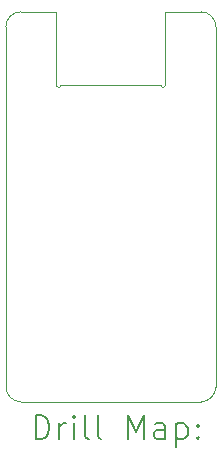
<source format=gbr>
%TF.GenerationSoftware,KiCad,Pcbnew,(6.0.8)*%
%TF.CreationDate,2022-11-23T03:17:44-08:00*%
%TF.ProjectId,0xB2,30784232-2e6b-4696-9361-645f70636258,2*%
%TF.SameCoordinates,Original*%
%TF.FileFunction,Drillmap*%
%TF.FilePolarity,Positive*%
%FSLAX45Y45*%
G04 Gerber Fmt 4.5, Leading zero omitted, Abs format (unit mm)*
G04 Created by KiCad (PCBNEW (6.0.8)) date 2022-11-23 03:17:44*
%MOMM*%
%LPD*%
G01*
G04 APERTURE LIST*
%ADD10C,0.100000*%
%ADD11C,0.200000*%
G04 APERTURE END LIST*
D10*
X14351000Y-10795000D02*
X14351000Y-7747000D01*
X15702000Y-8240000D02*
X15702000Y-7620000D01*
X16002000Y-10922000D02*
G75*
G03*
X16129000Y-10795000I0J127000D01*
G01*
X14778000Y-7620000D02*
X14778000Y-8240000D01*
X14351000Y-10795000D02*
G75*
G03*
X14478000Y-10922000I127000J0D01*
G01*
X15662000Y-8240000D02*
X14818000Y-8240000D01*
X14778000Y-8240000D02*
G75*
G03*
X14818000Y-8240000I20000J0D01*
G01*
X16129000Y-7747000D02*
X16129000Y-10795000D01*
X16002000Y-10922000D02*
X14478000Y-10922000D01*
X14478000Y-7620000D02*
X14778000Y-7620000D01*
X15702000Y-7620000D02*
X16002000Y-7620000D01*
X16129000Y-7747000D02*
G75*
G03*
X16002000Y-7620000I-127000J0D01*
G01*
X14478000Y-7620000D02*
G75*
G03*
X14351000Y-7747000I0J-127000D01*
G01*
X15662000Y-8240000D02*
G75*
G03*
X15702000Y-8240000I20000J0D01*
G01*
D11*
X14603619Y-11237476D02*
X14603619Y-11037476D01*
X14651238Y-11037476D01*
X14679809Y-11047000D01*
X14698857Y-11066048D01*
X14708381Y-11085095D01*
X14717905Y-11123190D01*
X14717905Y-11151762D01*
X14708381Y-11189857D01*
X14698857Y-11208905D01*
X14679809Y-11227952D01*
X14651238Y-11237476D01*
X14603619Y-11237476D01*
X14803619Y-11237476D02*
X14803619Y-11104143D01*
X14803619Y-11142238D02*
X14813143Y-11123190D01*
X14822667Y-11113667D01*
X14841714Y-11104143D01*
X14860762Y-11104143D01*
X14927428Y-11237476D02*
X14927428Y-11104143D01*
X14927428Y-11037476D02*
X14917905Y-11047000D01*
X14927428Y-11056524D01*
X14936952Y-11047000D01*
X14927428Y-11037476D01*
X14927428Y-11056524D01*
X15051238Y-11237476D02*
X15032190Y-11227952D01*
X15022667Y-11208905D01*
X15022667Y-11037476D01*
X15156000Y-11237476D02*
X15136952Y-11227952D01*
X15127428Y-11208905D01*
X15127428Y-11037476D01*
X15384571Y-11237476D02*
X15384571Y-11037476D01*
X15451238Y-11180333D01*
X15517905Y-11037476D01*
X15517905Y-11237476D01*
X15698857Y-11237476D02*
X15698857Y-11132714D01*
X15689333Y-11113667D01*
X15670286Y-11104143D01*
X15632190Y-11104143D01*
X15613143Y-11113667D01*
X15698857Y-11227952D02*
X15679809Y-11237476D01*
X15632190Y-11237476D01*
X15613143Y-11227952D01*
X15603619Y-11208905D01*
X15603619Y-11189857D01*
X15613143Y-11170810D01*
X15632190Y-11161286D01*
X15679809Y-11161286D01*
X15698857Y-11151762D01*
X15794095Y-11104143D02*
X15794095Y-11304143D01*
X15794095Y-11113667D02*
X15813143Y-11104143D01*
X15851238Y-11104143D01*
X15870286Y-11113667D01*
X15879809Y-11123190D01*
X15889333Y-11142238D01*
X15889333Y-11199381D01*
X15879809Y-11218428D01*
X15870286Y-11227952D01*
X15851238Y-11237476D01*
X15813143Y-11237476D01*
X15794095Y-11227952D01*
X15975048Y-11218428D02*
X15984571Y-11227952D01*
X15975048Y-11237476D01*
X15965524Y-11227952D01*
X15975048Y-11218428D01*
X15975048Y-11237476D01*
X15975048Y-11113667D02*
X15984571Y-11123190D01*
X15975048Y-11132714D01*
X15965524Y-11123190D01*
X15975048Y-11113667D01*
X15975048Y-11132714D01*
M02*

</source>
